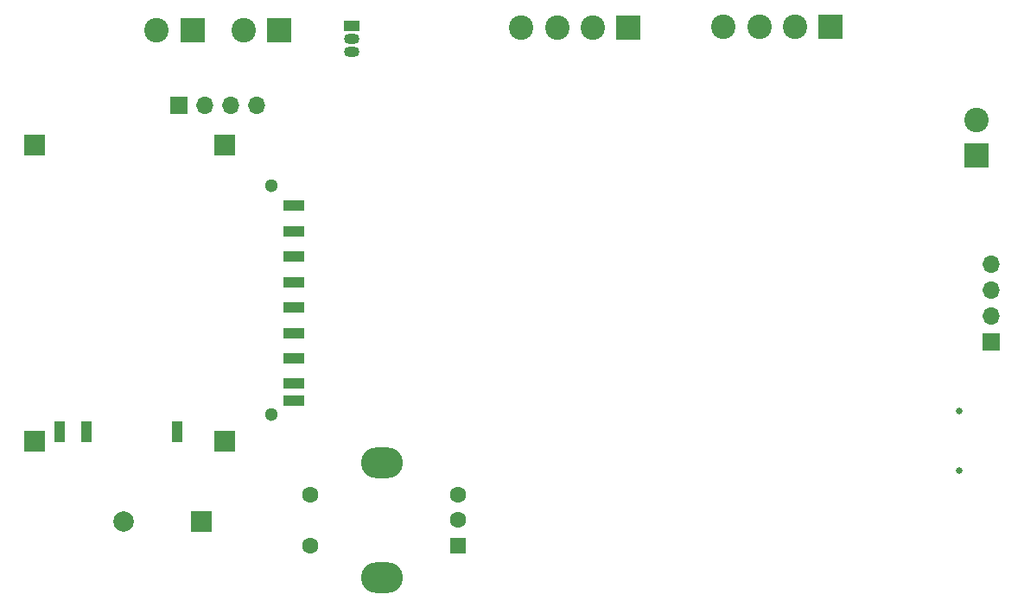
<source format=gbr>
%TF.GenerationSoftware,KiCad,Pcbnew,8.0.8-8.0.8-0~ubuntu22.04.1*%
%TF.CreationDate,2025-03-05T01:13:40-05:00*%
%TF.ProjectId,Electronics V2,456c6563-7472-46f6-9e69-63732056322e,rev?*%
%TF.SameCoordinates,Original*%
%TF.FileFunction,Soldermask,Bot*%
%TF.FilePolarity,Negative*%
%FSLAX46Y46*%
G04 Gerber Fmt 4.6, Leading zero omitted, Abs format (unit mm)*
G04 Created by KiCad (PCBNEW 8.0.8-8.0.8-0~ubuntu22.04.1) date 2025-03-05 01:13:40*
%MOMM*%
%LPD*%
G01*
G04 APERTURE LIST*
G04 Aperture macros list*
%AMRoundRect*
0 Rectangle with rounded corners*
0 $1 Rounding radius*
0 $2 $3 $4 $5 $6 $7 $8 $9 X,Y pos of 4 corners*
0 Add a 4 corners polygon primitive as box body*
4,1,4,$2,$3,$4,$5,$6,$7,$8,$9,$2,$3,0*
0 Add four circle primitives for the rounded corners*
1,1,$1+$1,$2,$3*
1,1,$1+$1,$4,$5*
1,1,$1+$1,$6,$7*
1,1,$1+$1,$8,$9*
0 Add four rect primitives between the rounded corners*
20,1,$1+$1,$2,$3,$4,$5,0*
20,1,$1+$1,$4,$5,$6,$7,0*
20,1,$1+$1,$6,$7,$8,$9,0*
20,1,$1+$1,$8,$9,$2,$3,0*%
G04 Aperture macros list end*
%ADD10R,2.400000X2.400000*%
%ADD11C,2.400000*%
%ADD12R,1.500000X1.050000*%
%ADD13O,1.500000X1.050000*%
%ADD14R,1.700000X1.700000*%
%ADD15O,1.700000X1.700000*%
%ADD16C,0.650000*%
%ADD17R,2.000000X2.000000*%
%ADD18C,2.000000*%
%ADD19RoundRect,0.250000X0.550000X0.550000X-0.550000X0.550000X-0.550000X-0.550000X0.550000X-0.550000X0*%
%ADD20C,1.600000*%
%ADD21O,4.100000X3.000000*%
%ADD22C,1.300000*%
%ADD23R,2.000000X1.100000*%
%ADD24R,1.000000X2.000000*%
G04 APERTURE END LIST*
D10*
%TO.C,J6*%
X119650000Y-73900000D03*
D11*
X116150000Y-73900000D03*
%TD*%
D10*
%TO.C,BT1*%
X196500000Y-86230000D03*
D11*
X196500000Y-82730000D03*
%TD*%
D12*
%TO.C,Q1*%
X135300000Y-73510000D03*
D13*
X135300000Y-74780000D03*
X135300000Y-76050000D03*
%TD*%
D10*
%TO.C,J7*%
X128200000Y-73900000D03*
D11*
X124700000Y-73900000D03*
%TD*%
D14*
%TO.C,J5*%
X197900000Y-104480000D03*
D15*
X197900000Y-101940000D03*
X197900000Y-99400000D03*
X197900000Y-96860000D03*
%TD*%
D10*
%TO.C,J1*%
X162400000Y-73700000D03*
D11*
X158900000Y-73700000D03*
X155400000Y-73700000D03*
X151900000Y-73700000D03*
%TD*%
D16*
%TO.C,J4*%
X194770000Y-117080000D03*
X194770000Y-111300000D03*
%TD*%
D17*
%TO.C,BZ1*%
X120550000Y-122075000D03*
D18*
X112950000Y-122075000D03*
%TD*%
D19*
%TO.C,SW8*%
X145725000Y-124475000D03*
D20*
X145725000Y-119475000D03*
X145725000Y-121975000D03*
D21*
X138225000Y-127575000D03*
D20*
X131225000Y-124475000D03*
X131225000Y-119475000D03*
D21*
X138225000Y-116375000D03*
%TD*%
D10*
%TO.C,J2*%
X182200000Y-73600000D03*
D11*
X178700000Y-73600000D03*
X175200000Y-73600000D03*
X171700000Y-73600000D03*
%TD*%
D14*
%TO.C,U8*%
X118300000Y-81300000D03*
D15*
X120840000Y-81300000D03*
X123380000Y-81300000D03*
X125920000Y-81300000D03*
%TD*%
D22*
%TO.C,J3*%
X127400000Y-111600000D03*
X127400000Y-89200000D03*
D23*
X129600000Y-93625000D03*
X129600000Y-96125000D03*
X129600000Y-98625000D03*
X129600000Y-101125000D03*
X129600000Y-103625000D03*
X129600000Y-106125000D03*
X129600000Y-108550000D03*
X129600000Y-110250000D03*
X129600000Y-91125000D03*
D24*
X118200000Y-113300000D03*
D17*
X104200000Y-114200000D03*
X122850000Y-114200000D03*
X104200000Y-85200000D03*
X122850000Y-85200000D03*
D24*
X106650000Y-113300000D03*
X109250000Y-113300000D03*
%TD*%
M02*

</source>
